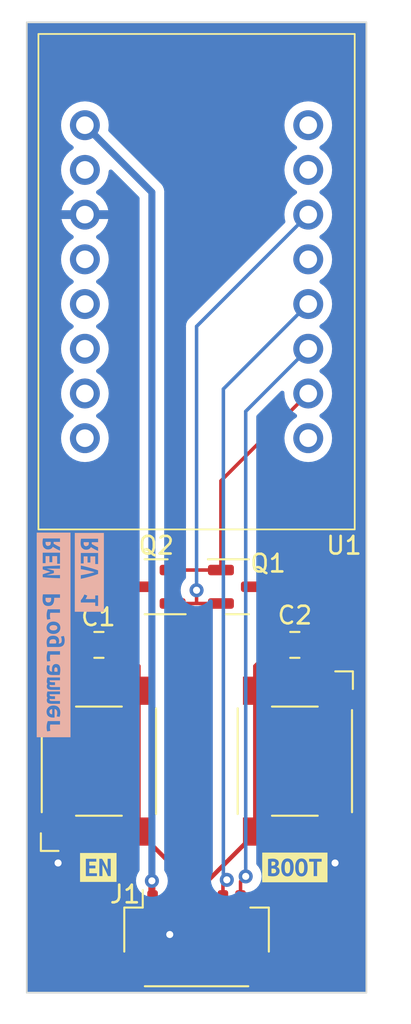
<source format=kicad_pcb>
(kicad_pcb (version 20221018) (generator pcbnew)
  (layers (0 "F.Cu" signal) (31 "B.Cu" signal) (34 "B.Paste" user) (35 "F.Paste" user) (36 "B.SilkS" user "B.Silkscreen") (37 "F.SilkS" user "F.Silkscreen") (38 "B.Mask" user) (39 "F.Mask" user) (44 "Edge.Cuts" user))
  (net 0 "")
  (net 1 "+5V")
  (net 2 "GND")
  (net 3 "EN")
  (net 4 "BOOT")
  (net 5 "UART_RX")
  (net 6 "UART_TX")
  (net 7 "DTR")
  (net 8 "RTS")
  (footprint "Capacitor_SMD:C_0805_2012Metric_Pad1.18x1.45mm_HandSolder" (layer "F.Cu") (at 132.08 74.2255)
    (fp_text reference "C2" (at 0 -1.68) (layer "F.SilkS"))
    (fp_text value "C" hide)
    (fp_line (start -0.261252 -0.735) (end 0.261252 -0.735) (stroke (width 0.12)) (layer "F.SilkS"))
    (fp_line (start -0.261252 0.735) (end 0.261252 0.735) (stroke (width 0.12)) (layer "F.SilkS"))
    (pad "1" smd roundrect (at -1.0375 0) (size 1.175 1.45) (layers "F.Cu" "F.Paste" "F.Mask") (roundrect_rratio 0.2127659574) (net 4 "BOOT"))
    (pad "2" smd roundrect (at 1.0375 0) (size 1.175 1.45) (layers "F.Cu" "F.Paste" "F.Mask") (roundrect_rratio 0.2127659574) (net 2 "GND"))
  )
  (footprint "Button_Switch_SMD:SW_SPST_Omron_B3FS-100xP" (layer "F.Cu") (at 120.94 80.8295 90)
    (fp_text reference "SW1" hide)
    (fp_text value "SW_Omron_B3FS" hide)
    (fp_line (start -5.1 -3.3) (end -4.1 -3.3) (stroke (width 0.12)) (layer "F.SilkS"))
    (fp_line (start -5.1 -2.3) (end -5.1 -3.3) (stroke (width 0.12)) (layer "F.SilkS"))
    (fp_line (start -3.1 -1.3) (end -3.1 1.3) (stroke (width 0.12)) (layer "F.SilkS"))
    (fp_line (start 2.9 -3.25) (end -2.9 -3.25) (stroke (width 0.12)) (layer "F.SilkS"))
    (fp_line (start 3 3.25) (end -3 3.25) (stroke (width 0.12)) (layer "F.SilkS"))
    (fp_line (start 3.1 -1.3) (end 3.1 1.3) (stroke (width 0.12)) (layer "F.SilkS"))
    (pad "1" smd rect (at -4 -2.25 270) (size 1.6 1.4) (layers "F.Cu" "F.Paste" "F.Mask") (net 2 "GND"))
    (pad "1" smd rect (at 4 -2.25 270) (size 1.6 1.4) (layers "F.Cu" "F.Paste" "F.Mask") (net 2 "GND"))
    (pad "2" smd rect (at -4 2.25 270) (size 1.6 1.4) (layers "F.Cu" "F.Paste" "F.Mask") (net 3 "EN"))
    (pad "2" smd rect (at 4 2.25 270) (size 1.6 1.4) (layers "F.Cu" "F.Paste" "F.Mask") (net 3 "EN"))
  )
  (footprint "Button_Switch_SMD:SW_SPST_Omron_B3FS-100xP" (layer "F.Cu") (at 132.08 80.8295 -90)
    (fp_text reference "SW3" hide)
    (fp_text value "SW_Omron_B3FS" hide)
    (fp_line (start -5.1 -3.3) (end -4.1 -3.3) (stroke (width 0.12)) (layer "F.SilkS"))
    (fp_line (start -5.1 -2.3) (end -5.1 -3.3) (stroke (width 0.12)) (layer "F.SilkS"))
    (fp_line (start -3.1 -1.3) (end -3.1 1.3) (stroke (width 0.12)) (layer "F.SilkS"))
    (fp_line (start 2.9 -3.25) (end -2.9 -3.25) (stroke (width 0.12)) (layer "F.SilkS"))
    (fp_line (start 3 3.25) (end -3 3.25) (stroke (width 0.12)) (layer "F.SilkS"))
    (fp_line (start 3.1 -1.3) (end 3.1 1.3) (stroke (width 0.12)) (layer "F.SilkS"))
    (pad "1" smd rect (at -4 -2.25 90) (size 1.6 1.4) (layers "F.Cu" "F.Paste" "F.Mask") (net 2 "GND"))
    (pad "1" smd rect (at 4 -2.25 90) (size 1.6 1.4) (layers "F.Cu" "F.Paste" "F.Mask") (net 2 "GND"))
    (pad "2" smd rect (at -4 2.25 90) (size 1.6 1.4) (layers "F.Cu" "F.Paste" "F.Mask") (net 4 "BOOT"))
    (pad "2" smd rect (at 4 2.25 90) (size 1.6 1.4) (layers "F.Cu" "F.Paste" "F.Mask") (net 4 "BOOT"))
  )
  (footprint "Connector_JST:JST_SH_SM06B-SRSS-TB_1x06-1MP_P1.00mm_Horizontal" (layer "F.Cu") (at 126.492 90.932)
    (fp_text reference "J1" (at -4.064 -2.54 180) (layer "F.SilkS"))
    (fp_text value "Conn_01x06_Socket" hide)
    (fp_line (start -4.11 -1.785) (end -3.06 -1.785) (stroke (width 0.12)) (layer "F.SilkS"))
    (fp_line (start -4.11 0.715) (end -4.11 -1.785) (stroke (width 0.12)) (layer "F.SilkS"))
    (fp_line (start -3.06 -1.785) (end -3.06 -2.775) (stroke (width 0.12)) (layer "F.SilkS"))
    (fp_line (start -2.94 2.685) (end 2.94 2.685) (stroke (width 0.12)) (layer "F.SilkS"))
    (fp_line (start 4.11 -1.785) (end 3.06 -1.785) (stroke (width 0.12)) (layer "F.SilkS"))
    (fp_line (start 4.11 0.715) (end 4.11 -1.785) (stroke (width 0.12)) (layer "F.SilkS"))
    (pad "1" smd roundrect (at -2.5 -2) (size 0.6 1.55) (layers "F.Cu" "F.Paste" "F.Mask") (net 1 "+5V"))
    (pad "2" smd roundrect (at -1.5 -2) (size 0.6 1.55) (layers "F.Cu" "F.Paste" "F.Mask") (net 2 "GND"))
    (pad "3" smd roundrect (at -0.5 -2) (size 0.6 1.55) (layers "F.Cu" "F.Paste" "F.Mask") (net 3 "EN"))
    (pad "4" smd roundrect (at 0.5 -2) (size 0.6 1.55) (layers "F.Cu" "F.Paste" "F.Mask") (net 4 "BOOT"))
    (pad "5" smd roundrect (at 1.5 -2) (size 0.6 1.55) (layers "F.Cu" "F.Paste" "F.Mask") (net 5 "UART_RX"))
    (pad "6" smd roundrect (at 2.5 -2) (size 0.6 1.55) (layers "F.Cu" "F.Paste" "F.Mask") (net 6 "UART_TX"))
    (pad "MP" smd roundrect (at -3.8 1.875) (size 1.2 1.8) (layers "F.Cu" "F.Paste" "F.Mask") (roundrect_rratio 0.2083333333))
    (pad "MP" smd roundrect (at 3.8 1.875) (size 1.2 1.8) (layers "F.Cu" "F.Paste" "F.Mask") (roundrect_rratio 0.2083333333))
  )
  (footprint "kibuzzard-654D0FC0" (layer "F.Cu") (at 120.904 86.868)
    (fp_text reference "kibuzzard-654D0FC0" hide)
    (fp_text value "G***" hide)
    (fp_poly (pts (xy -0.707231 -0.82206) (xy -1.03796 -0.82206) (xy -1.03796 0.82206) (xy -0.707231 0.82206) (xy -0.707231 0.491331) (xy -0.707231 -0.491331) (xy -0.111919 -0.491331) (xy -0.111919 -0.329406) (xy -0.511969 -0.329406) (xy -0.511969 -0.108744) (xy -0.164306 -0.108744) (xy -0.164306 0.053181) (xy -0.511969 0.053181) (xy -0.511969 0.329406) (xy -0.076994 0.329406) (xy -0.076994 0.491331) (xy -0.707231 0.491331) (xy -0.707231 0.82206) (xy 0.550069 0.82206) (xy 0.550069 0.491331) (xy 0.504296 0.382411) (xy 0.455877 0.273667) (xy 0.404812 0.1651) (xy 0.351102 0.056533) (xy 0.294746 -0.052211) (xy 0.235744 -0.161131) (xy 0.235744 0.491331) (xy 0.059531 0.491331) (xy 0.059531 -0.491331) (xy 0.216694 -0.491331) (xy 0.261144 -0.418505) (xy 0.305594 -0.339725) (xy 0.349448 -0.258167) (xy 0.392113 -0.177006) (xy 0.432594 -0.097234) (xy 0.4699 -0.019844) (xy 0.503039 0.051594) (xy 0.531019 0.113506) (xy 0.531019 -0.491331) (xy 0.707231 -0.491331) (xy 0.707231 0.491331) (xy 0.550069 0.491331) (xy 0.550069 0.82206) (xy 0.707231 0.82206) (xy 1.03796 0.82206) (xy 1.03796 -0.82206) (xy 0.707231 -0.82206) (xy -0.707231 -0.82206)) (fill solid) (layer "F.SilkS"))
  )
  (footprint "Package_TO_SOT_SMD:SOT-23" (layer "F.Cu") (at 124.1935 70.9235 180)
    (fp_text reference "Q2" (at -0.0125 2.3435) (layer "F.SilkS"))
    (fp_text value "BSS138" hide)
    (fp_line (start 0 -1.56) (end -1.675 -1.56) (stroke (width 0.12)) (layer "F.SilkS"))
    (fp_line (start 0 -1.56) (end 0.65 -1.56) (stroke (width 0.12)) (layer "F.SilkS"))
    (fp_line (start 0 1.56) (end -0.65 1.56) (stroke (width 0.12)) (layer "F.SilkS"))
    (fp_line (start 0 1.56) (end 0.65 1.56) (stroke (width 0.12)) (layer "F.SilkS"))
    (pad "1" smd roundrect (at -0.9375 -0.95 180) (size 1.475 0.6) (layers "F.Cu" "F.Paste" "F.Mask") (net 7 "DTR"))
    (pad "2" smd roundrect (at -0.9375 0.95 180) (size 1.475 0.6) (layers "F.Cu" "F.Paste" "F.Mask") (net 8 "RTS"))
    (pad "3" smd roundrect (at 0.9375 0 180) (size 1.475 0.6) (layers "F.Cu" "F.Paste" "F.Mask") (net 3 "EN"))
  )
  (footprint "Package_TO_SOT_SMD:SOT-23" (layer "F.Cu") (at 128.814 70.9235)
    (fp_text reference "Q1" (at 1.742 -1.3275) (layer "F.SilkS"))
    (fp_text value "BSS138" hide)
    (fp_line (start 0 -1.56) (end -1.675 -1.56) (stroke (width 0.12)) (layer "F.SilkS"))
    (fp_line (start 0 -1.56) (end 0.65 -1.56) (stroke (width 0.12)) (layer "F.SilkS"))
    (fp_line (start 0 1.56) (end -0.65 1.56) (stroke (width 0.12)) (layer "F.SilkS"))
    (fp_line (start 0 1.56) (end 0.65 1.56) (stroke (width 0.12)) (layer "F.SilkS"))
    (pad "1" smd roundrect (at -0.9375 -0.95) (size 1.475 0.6) (layers "F.Cu" "F.Paste" "F.Mask") (net 8 "RTS"))
    (pad "2" smd roundrect (at -0.9375 0.95) (size 1.475 0.6) (layers "F.Cu" "F.Paste" "F.Mask") (net 7 "DTR"))
    (pad "3" smd roundrect (at 0.9375 0) (size 1.475 0.6) (layers "F.Cu" "F.Paste" "F.Mask") (net 4 "BOOT"))
  )
  (footprint "Kevin_Lutzer_Lbr:Adafruit_CP210XN_Friend" (layer "F.Cu") (at 126.492 53.594)
    (fp_text reference "U1" (at 8.382 14.986 unlocked) (layer "F.SilkS"))
    (fp_text value "Adafruit CP210XN Friend" hide)
    (fp_line (start -8.9916 -14.0716) (end -8.9916 14.0716) (stroke (width 0.1)) (layer "F.SilkS"))
    (fp_line (start -8.9916 14.0716) (end 8.89 14.0716) (stroke (width 0.1)) (layer "F.SilkS"))
    (fp_line (start -8.89 -14.0716) (end -8.9916 -14.0716) (stroke (width 0.1)) (layer "F.SilkS"))
    (fp_line (start 8.89 14.0716) (end 8.9916 14.0716) (stroke (width 0.1)) (layer "F.SilkS"))
    (fp_line (start 8.9916 -14.0716) (end -8.89 -14.0716) (stroke (width 0.1)) (layer "F.SilkS"))
    (fp_line (start 8.9916 14.0716) (end 8.9916 -14.0716) (stroke (width 0.1)) (layer "F.SilkS"))
    (pad "1" thru_hole oval (at -6.35 -8.89) (size 1.7 1.7) (drill 1) (layers "*.Cu" "*.Mask") (net 1 "+5V"))
    (pad "2" thru_hole oval (at -6.35 -6.35) (size 1.7 1.7) (drill 1) (layers "*.Cu" "*.Mask"))
    (pad "3" thru_hole oval (at -6.35 -3.81) (size 1.7 1.7) (drill 1) (layers "*.Cu" "*.Mask") (net 2 "GND"))
    (pad "4" thru_hole oval (at -6.35 -1.27) (size 1.7 1.7) (drill 1) (layers "*.Cu" "*.Mask"))
    (pad "5" thru_hole oval (at -6.35 1.27) (size 1.7 1.7) (drill 1) (layers "*.Cu" "*.Mask"))
    (pad "6" thru_hole oval (at -6.35 3.81) (size 1.7 1.7) (drill 1) (layers "*.Cu" "*.Mask"))
    (pad "7" thru_hole oval (at -6.35 6.35) (size 1.7 1.7) (drill 1) (layers "*.Cu" "*.Mask"))
    (pad "8" thru_hole oval (at -6.35 8.89) (size 1.7 1.7) (drill 1) (layers "*.Cu" "*.Mask"))
    (pad "9" thru_hole oval (at 6.35 8.89) (size 1.7 1.7) (drill 1) (layers "*.Cu" "*.Mask"))
    (pad "10" thru_hole oval (at 6.35 6.35) (size 1.7 1.7) (drill 1) (layers "*.Cu" "*.Mask") (net 8 "RTS"))
    (pad "11" thru_hole oval (at 6.35 3.81) (size 1.7 1.7) (drill 1) (layers "*.Cu" "*.Mask") (net 6 "UART_TX"))
    (pad "12" thru_hole oval (at 6.35 1.27) (size 1.7 1.7) (drill 1) (layers "*.Cu" "*.Mask") (net 5 "UART_RX"))
    (pad "13" thru_hole oval (at 6.35 -1.27) (size 1.7 1.7) (drill 1) (layers "*.Cu" "*.Mask"))
    (pad "14" thru_hole oval (at 6.35 -3.81) (size 1.7 1.7) (drill 1) (layers "*.Cu" "*.Mask") (net 7 "DTR"))
    (pad "15" thru_hole oval (at 6.35 -6.35) (size 1.7 1.7) (drill 1) (layers "*.Cu" "*.Mask"))
    (pad "16" thru_hole oval (at 6.35 -8.89) (size 1.7 1.7) (drill 1) (layers "*.Cu" "*.Mask"))
  )
  (footprint "Capacitor_SMD:C_0805_2012Metric_Pad1.18x1.45mm_HandSolder" (layer "F.Cu") (at 120.94 74.2255 180)
    (fp_text reference "C1" (at 0.036 1.5815) (layer "F.SilkS"))
    (fp_text value "C" hide)
    (fp_line (start -0.261252 -0.735) (end 0.261252 -0.735) (stroke (width 0.12)) (layer "F.SilkS"))
    (fp_line (start -0.261252 0.735) (end 0.261252 0.735) (stroke (width 0.12)) (layer "F.SilkS"))
    (pad "1" smd roundrect (at -1.0375 0 180) (size 1.175 1.45) (layers "F.Cu" "F.Paste" "F.Mask") (roundrect_rratio 0.2127659574) (net 3 "EN"))
    (pad "2" smd roundrect (at 1.0375 0 180) (size 1.175 1.45) (layers "F.Cu" "F.Paste" "F.Mask") (roundrect_rratio 0.2127659574) (net 2 "GND"))
  )
  (footprint "kibuzzard-654D0F9E" (layer "F.Cu") (at 132.08 86.868)
    (fp_text reference "kibuzzard-654D0F9E" hide)
    (fp_text value "G***" hide)
    (fp_poly (pts (xy -1.329531 0.061912) (xy -1.329531 0.328612) (xy -1.284287 0.333375) (xy -1.235869 0.334962) (xy -1.170781 0.329406) (xy -1.114425 0.308769) (xy -1.073944 0.265906) (xy -1.058069 0.195262) (xy -1.103313 0.092869) (xy -1.224756 0.061912) (xy -1.329531 0.061912)) (fill solid) (layer "F.SilkS"))
    (fp_poly (pts (xy -1.253331 -0.100013) (xy -1.140619 -0.132556) (xy -1.102519 -0.22225) (xy -1.113631 -0.278606) (xy -1.143794 -0.311944) (xy -1.188244 -0.327819) (xy -1.240631 -0.331788) (xy -1.286669 -0.3302) (xy -1.329531 -0.325438) (xy -1.329531 -0.100013) (xy -1.253331 -0.100013)) (fill solid) (layer "F.SilkS"))
    (fp_poly (pts (xy -0.575469 0) (xy -0.57408 0.069255) (xy -0.569912 0.134144) (xy -0.547687 0.242887) (xy -0.500856 0.315912) (xy -0.419894 0.3429) (xy -0.339725 0.315912) (xy -0.2921 0.242094) (xy -0.269875 0.13335) (xy -0.265708 0.069056) (xy -0.264319 0) (xy -0.265708 -0.069255) (xy -0.269875 -0.134144) (xy -0.2921 -0.242888) (xy -0.338931 -0.315913) (xy -0.419894 -0.3429) (xy -0.500856 -0.315913) (xy -0.547687 -0.242094) (xy -0.569912 -0.13335) (xy -0.57408 -0.069056) (xy -0.575469 0)) (fill solid) (layer "F.SilkS"))
    (fp_poly (pts (xy 0.218281 0) (xy 0.21967 0.069255) (xy 0.223838 0.134144) (xy 0.246063 0.242887) (xy 0.292894 0.315912) (xy 0.373856 0.3429) (xy 0.454025 0.315912) (xy 0.50165 0.242094) (xy 0.523875 0.13335) (xy 0.528042 0.069056) (xy 0.529431 0) (xy 0.528042 -0.069255) (xy 0.523875 -0.134144) (xy 0.50165 -0.242888) (xy 0.454819 -0.315913) (xy 0.373856 -0.3429) (xy 0.292894 -0.315913) (xy 0.246063 -0.242094) (xy 0.223838 -0.13335) (xy 0.21967 -0.069056) (xy 0.218281 0)) (fill solid) (layer "F.SilkS"))
    (fp_poly (pts (xy -1.524794 -0.843492) (xy -1.855523 -0.843492) (xy -1.855523 0.843492) (xy -1.524794 0.843492) (xy -1.251744 0.843492) (xy -1.251744 0.504825) (xy -1.318022 0.503039) (xy -1.386681 0.497681) (xy -1.456134 0.488752) (xy -1.524794 0.47625) (xy -1.524794 -0.477838) (xy -1.402556 -0.494506) (xy -1.270794 -0.50165) (xy -1.169988 -0.495895) (xy -1.089819 -0.478631) (xy -0.980281 -0.418306) (xy -0.926306 -0.334963) (xy -0.912019 -0.242888) (xy -0.920552 -0.177006) (xy -0.94615 -0.119063) (xy -1.037431 -0.033338) (xy -0.953492 0.009525) (xy -0.9017 0.065087) (xy -0.874911 0.128587) (xy -0.865981 0.195262) (xy -0.873522 0.27682) (xy -0.896144 0.343694) (xy -0.9779 0.438944) (xy -1.034256 0.469503) (xy -1.100137 0.489744) (xy -1.173361 0.501055) (xy -1.251744 0.504825) (xy -1.251744 0.843492) (xy -0.418306 0.843492) (xy -0.418306 0.512762) (xy -0.524581 0.498387) (xy -0.612687 0.45526) (xy -0.682625 0.383381) (xy -0.722561 0.310902) (xy -0.751086 0.222845) (xy -0.768201 0.119211) (xy -0.773906 0) (xy -0.768052 -0.119211) (xy -0.750491 -0.222845) (xy -0.721221 -0.310902) (xy -0.680244 -0.383381) (xy -0.609688 -0.45526) (xy -0.522905 -0.498387) (xy -0.419894 -0.512763) (xy -0.313708 -0.498387) (xy -0.225866 -0.45526) (xy -0.156369 -0.383381) (xy -0.11678 -0.310902) (xy -0.088503 -0.222845) (xy -0.071537 -0.119211) (xy -0.065881 0) (xy -0.071636 0.119211) (xy -0.0889 0.222845) (xy -0.117673 0.310902) (xy -0.157956 0.383381) (xy -0.227806 0.45526) (xy -0.31459 0.498387) (xy -0.418306 0.512762) (xy -0.418306 0.843492) (xy 0.375444 0.843492) (xy 0.375444 0.512762) (xy 0.269169 0.498387) (xy 0.181063 0.45526) (xy 0.111125 0.383381) (xy 0.071189 0.310902) (xy 0.042664 0.222845) (xy 0.025549 0.119211) (xy 0.019844 0) (xy 0.025698 -0.119211) (xy 0.043259 -0.222845) (xy 0.072529 -0.310902) (xy 0.113506 -0.383381) (xy 0.184062 -0.45526) (xy 0.270845 -0.498387) (xy 0.373856 -0.512763) (xy 0.480042 -0.498387) (xy 0.567884 -0.45526) (xy 0.637381 -0.383381) (xy 0.67697 -0.310902) (xy 0.705247 -0.222845) (xy 0.722213 -0.119211) (xy 0.727869 0) (xy 0.722114 0.119211) (xy 0.70485 0.222845) (xy 0.676077 0.310902) (xy 0.635794 0.383381) (xy 0.565944 0.45526) (xy 0.47916 0.498387) (xy 0.375444 0.512762) (xy 0.375444 0.843492) (xy 1.266031 0.843492) (xy 1.266031 0.492125) (xy 1.069181 0.492125) (xy 1.069181 -0.328613) (xy 0.810419 -0.328613) (xy 0.810419 -0.490538) (xy 1.524794 -0.490538) (xy 1.524794 -0.328613) (xy 1.266031 -0.328613) (xy 1.266031 0.492125) (xy 1.266031 0.843492) (xy 1.524794 0.843492) (xy 1.855523 0.843492) (xy 1.855523 -0.843492) (xy 1.524794 -0.843492) (xy -1.524794 -0.843492)) (fill solid) (layer "F.SilkS"))
  )
  (footprint "kibuzzard-654D0FE8" (layer "B.Cu") (at 118.364 73.66 -90)
    (fp_text reference "kibuzzard-654D0FE8" hide)
    (fp_text value "G***" hide)
    (fp_poly (pts (xy 4.507706 0.080962) (xy 4.499769 0.138906) (xy 4.474369 0.188912) (xy 4.429919 0.224631) (xy 4.363244 0.238125) (xy 4.297362 0.225425) (xy 4.251325 0.1905) (xy 4.22275 0.1397) (xy 4.209256 0.080962) (xy 4.507706 0.080962)) (fill solid) (layer "B.SilkS"))
    (fp_poly (pts (xy -5.053806 0.309562) (xy -5.065713 0.377031) (xy -5.101431 0.423862) (xy -5.156597 0.451247) (xy -5.226844 0.460375) (xy -5.253831 0.459581) (xy -5.285581 0.455612) (xy -5.285581 0.160337) (xy -5.242719 0.160337) (xy -5.156597 0.170061) (xy -5.098256 0.199231) (xy -5.053806 0.309562)) (fill solid) (layer "B.SilkS"))
    (fp_poly (pts (xy 0.240506 0.033337) (xy 0.248841 -0.047823) (xy 0.273844 -0.107156) (xy 0.378619 -0.155575) (xy 0.43815 -0.147638) (xy 0.488156 -0.127) (xy 0.488156 0.231775) (xy 0.448469 0.238125) (xy 0.411956 0.239712) (xy 0.316706 0.216782) (xy 0.259556 0.14799) (xy 0.240506 0.033337)) (fill solid) (layer "B.SilkS"))
    (fp_poly (pts (xy 1.975644 -0.223838) (xy 2.037556 -0.223044) (xy 2.089944 -0.219075) (xy 2.089944 -0.047625) (xy 2.043906 -0.042069) (xy 1.994694 -0.039688) (xy 1.935956 -0.043656) (xy 1.88595 -0.05715) (xy 1.851819 -0.084138) (xy 1.839119 -0.130175) (xy 1.877219 -0.202406) (xy 1.975644 -0.223838)) (fill solid) (layer "B.SilkS"))
    (fp_poly (pts (xy -2.013744 0.460375) (xy -2.062163 0.459581) (xy -2.110581 0.455612) (xy -2.110581 0.138112) (xy -2.031206 0.138112) (xy -1.949053 0.147439) (xy -1.889919 0.175419) (xy -1.8542 0.22602) (xy -1.842294 0.303212) (xy -1.854002 0.376436) (xy -1.889125 0.424656) (xy -1.943695 0.451445) (xy -2.013744 0.460375)) (fill solid) (layer "B.SilkS"))
    (fp_poly (pts (xy -0.559594 0.009525) (xy -0.550664 -0.080963) (xy -0.523875 -0.1524) (xy -0.477242 -0.198834) (xy -0.408781 -0.214313) (xy -0.341908 -0.198834) (xy -0.293688 -0.1524) (xy -0.264517 -0.080963) (xy -0.254794 0.009525) (xy -0.263723 0.099814) (xy -0.290513 0.170656) (xy -0.337145 0.216495) (xy -0.405606 0.231775) (xy -0.47248 0.216495) (xy -0.5207 0.170656) (xy -0.54987 0.099814) (xy -0.559594 0.009525)) (fill solid) (layer "B.SilkS"))
    (fp_poly (pts (xy -5.480844 0.960967) (xy -5.811573 0.960967) (xy -5.811573 -0.960967) (xy -5.480844 -0.960967) (xy -4.790281 -0.960967) (xy -4.790281 -0.363538) (xy -4.995069 -0.363538) (xy -5.034558 -0.270073) (xy -5.08 -0.180181) (xy -5.130205 -0.09148) (xy -5.183981 -0.001588) (xy -5.285581 -0.001588) (xy -5.285581 -0.363538) (xy -5.480844 -0.363538) (xy -5.480844 0.604837) (xy -5.418138 0.616744) (xy -5.349081 0.624681) (xy -5.282406 0.62865) (xy -5.226844 0.630237) (xy -5.146675 0.625475) (xy -5.074444 0.611187) (xy -5.010944 0.586978) (xy -4.956969 0.55245) (xy -4.881563 0.451644) (xy -4.861917 0.385167) (xy -4.855369 0.307975) (xy -4.8641 0.226219) (xy -4.890294 0.1524) (xy -4.936728 0.090884) (xy -5.006181 0.046037) (xy -4.949031 -0.045244) (xy -4.890294 -0.150019) (xy -4.835525 -0.259556) (xy -4.790281 -0.363538) (xy -4.790281 -0.960967) (xy -4.672806 -0.960967) (xy -4.672806 -0.363538) (xy -4.672806 0.619125) (xy -4.077494 0.619125) (xy -4.077494 0.4572) (xy -4.477544 0.4572) (xy -4.477544 0.236537) (xy -4.129881 0.236537) (xy -4.129881 0.074613) (xy -4.477544 0.074613) (xy -4.477544 -0.201613) (xy -4.042569 -0.201613) (xy -4.042569 -0.363538) (xy -4.672806 -0.363538) (xy -4.672806 -0.960967) (xy -3.221831 -0.960967) (xy -3.221831 -0.363538) (xy -3.401219 -0.363538) (xy -3.391694 0.40005) (xy -3.512344 -0.015875) (xy -3.655219 -0.015875) (xy -3.771106 0.40005) (xy -3.763169 -0.363538) (xy -3.942556 -0.363538) (xy -3.937595 -0.240506) (xy -3.932238 -0.112713) (xy -3.926483 0.017066) (xy -3.920331 0.14605) (xy -3.913386 0.272653) (xy -3.90525 0.395287) (xy -3.895923 0.511572) (xy -3.885406 0.619125) (xy -3.723481 0.619125) (xy -3.6957 0.5334) (xy -3.659981 0.420687) (xy -3.621881 0.29845) (xy -3.585369 0.18415) (xy -3.545681 0.305594) (xy -3.505994 0.426244) (xy -3.471069 0.534987) (xy -3.442494 0.619125) (xy -3.280569 0.619125) (xy -3.269655 0.492125) (xy -3.259138 0.3683) (xy -3.249613 0.246658) (xy -3.241675 0.126206) (xy -3.235127 0.005953) (xy -3.229769 -0.115094) (xy -3.225403 -0.237927) (xy -3.221831 -0.363538) (xy -3.221831 -0.960967) (xy -2.110581 -0.960967) (xy -2.110581 -0.363538) (xy -2.305844 -0.363538) (xy -2.305844 0.606425) (xy -2.24155 0.617538) (xy -2.169319 0.624681) (xy -2.097881 0.62865) (xy -2.035969 0.630237) (xy -1.920434 0.621683) (xy -1.823597 0.596018) (xy -1.745456 0.553244) (xy -1.68813 0.491067) (xy -1.653734 0.407194) (xy -1.642269 0.301625) (xy -1.653822 0.194998) (xy -1.688483 0.110067) (xy -1.74625 0.046831) (xy -1.825184 0.003175) (xy -1.923344 -0.023019) (xy -2.040731 -0.03175) (xy -2.110581 -0.03175) (xy -2.110581 -0.363538) (xy -2.110581 -0.960967) (xy -1.259681 -0.960967) (xy -1.259681 -0.363538) (xy -1.456531 -0.363538) (xy -1.456531 0.333375) (xy -1.377752 0.359172) (xy -1.296988 0.379412) (xy -1.208286 0.392509) (xy -1.105694 0.396875) (xy -1.06045 0.395287) (xy -0.997744 0.389731) (xy -0.930275 0.380206) (xy -0.869156 0.365125) (xy -0.904081 0.18415) (xy -0.949325 0.193675) (xy -1.002506 0.202406) (xy -1.054894 0.207962) (xy -1.097756 0.20955) (xy -1.178719 0.205581) (xy -1.259681 0.1905) (xy -1.259681 -0.363538) (xy -1.259681 -0.960967) (xy -0.405606 -0.960967) (xy -0.405606 -0.384175) (xy -0.481211 -0.377031) (xy -0.549275 -0.3556) (xy -0.609203 -0.321072) (xy -0.6604 -0.274638) (xy -0.701873 -0.217289) (xy -0.732631 -0.150019) (xy -0.751681 -0.07362) (xy -0.758031 0.011112) (xy -0.751483 0.094655) (xy -0.731838 0.170656) (xy -0.700484 0.237728) (xy -0.658813 0.294481) (xy -0.607417 0.340122) (xy -0.546894 0.373856) (xy -0.479028 0.394692) (xy -0.405606 0.401637) (xy -0.331192 0.394692) (xy -0.263525 0.373856) (xy -0.203597 0.340122) (xy -0.1524 0.294481) (xy -0.110927 0.237728) (xy -0.080169 0.170656) (xy -0.061119 0.094655) (xy -0.054769 0.011112) (xy -0.061119 -0.07362) (xy -0.080169 -0.150019) (xy -0.110728 -0.217289) (xy -0.151606 -0.274638) (xy -0.202208 -0.321072) (xy -0.261938 -0.3556) (xy -0.330002 -0.377031) (xy -0.405606 -0.384175) (xy -0.405606 -0.960967) (xy 0.313531 -0.960967) (xy 0.313531 -0.630238) (xy 0.24507 -0.626666) (xy 0.179387 -0.61595) (xy 0.056356 -0.582613) (xy 0.092869 -0.417513) (xy 0.189706 -0.450056) (xy 0.316706 -0.465138) (xy 0.400844 -0.453231) (xy 0.453231 -0.420688) (xy 0.480219 -0.372269) (xy 0.488156 -0.312738) (xy 0.488156 -0.282575) (xy 0.41275 -0.306388) (xy 0.338931 -0.314325) (xy 0.249414 -0.304094) (xy 0.175595 -0.273403) (xy 0.117475 -0.22225) (xy 0.075583 -0.152929) (xy 0.050447 -0.067733) (xy 0.042069 0.033337) (xy 0.053358 0.145697) (xy 0.087224 0.237243) (xy 0.143669 0.307975) (xy 0.219516 0.358246) (xy 0.311591 0.388408) (xy 0.419894 0.398462) (xy 0.503678 0.394053) (xy 0.592049 0.380824) (xy 0.685006 0.358775) (xy 0.685006 -0.27305) (xy 0.675217 -0.384175) (xy 0.645848 -0.474133) (xy 0.5969 -0.542925) (xy 0.526256 -0.591432) (xy 0.4318 -0.620536) (xy 0.313531 -0.630238) (xy 0.313531 -0.960967) (xy 1.121569 -0.960967) (xy 1.121569 -0.363538) (xy 0.924719 -0.363538) (xy 0.924719 0.333375) (xy 1.003498 0.359172) (xy 1.084262 0.379412) (xy 1.172964 0.392509) (xy 1.275556 0.396875) (xy 1.3208 0.395287) (xy 1.383506 0.389731) (xy 1.450975 0.380206) (xy 1.512094 0.365125) (xy 1.477169 0.18415) (xy 1.431925 0.193675) (xy 1.378744 0.202406) (xy 1.326356 0.207962) (xy 1.283494 0.20955) (xy 1.202531 0.205581) (xy 1.121569 0.1905) (xy 1.121569 -0.363538) (xy 1.121569 -0.960967) (xy 1.961356 -0.960967) (xy 1.961356 -0.381) (xy 1.831975 -0.3683) (xy 1.732756 -0.326231) (xy 1.669256 -0.250031) (xy 1.647031 -0.134938) (xy 1.672431 -0.0254) (xy 1.740694 0.046037) (xy 1.839119 0.084931) (xy 1.955006 0.096837) (xy 2.026841 0.093662) (xy 2.089944 0.084137) (xy 2.089944 0.10795) (xy 2.055019 0.200819) (xy 2.007394 0.228798) (xy 1.934369 0.238125) (xy 1.827212 0.230187) (xy 1.743869 0.211137) (xy 1.716881 0.3683) (xy 1.820069 0.391319) (xy 1.887934 0.399058) (xy 1.958181 0.401637) (xy 2.042517 0.39628) (xy 2.111375 0.380206) (xy 2.209006 0.319881) (xy 2.261394 0.224631) (xy 2.277269 0.098425) (xy 2.277269 -0.346075) (xy 2.150269 -0.3683) (xy 2.060972 -0.377825) (xy 1.961356 -0.381) (xy 1.961356 -0.960967) (xy 3.118644 -0.960967) (xy 3.118644 -0.363538) (xy 2.959894 -0.363538) (xy 2.959894 0.092075) (xy 2.954337 0.163512) (xy 2.94005 0.204787) (xy 2.919413 0.223837) (xy 2.894806 0.2286) (xy 2.864644 0.226219) (xy 2.836069 0.217487) (xy 2.844006 0.150812) (xy 2.847181 0.06985) (xy 2.847181 -0.079375) (xy 2.688431 -0.079375) (xy 2.688431 0.092075) (xy 2.67335 0.198437) (xy 2.624931 0.2286) (xy 2.601913 0.227012) (xy 2.575719 0.22225) (xy 2.575719 -0.363538) (xy 2.416969 -0.363538) (xy 2.416969 0.354012) (xy 2.539206 0.381) (xy 2.645569 0.390525) (xy 2.719388 0.380206) (xy 2.775744 0.346075) (xy 2.839244 0.377031) (xy 2.915444 0.390525) (xy 3.017044 0.371475) (xy 3.07975 0.314325) (xy 3.110706 0.218281) (xy 3.116659 0.155377) (xy 3.118644 0.08255) (xy 3.118644 -0.363538) (xy 3.118644 -0.960967) (xy 3.912394 -0.960967) (xy 3.912394 -0.363538) (xy 3.753644 -0.363538) (xy 3.753644 0.092075) (xy 3.748087 0.163512) (xy 3.7338 0.204787) (xy 3.713162 0.223837) (xy 3.688556 0.2286) (xy 3.658394 0.226219) (xy 3.629819 0.217487) (xy 3.637756 0.150812) (xy 3.640931 0.06985) (xy 3.640931 -0.079375) (xy 3.482181 -0.079375) (xy 3.482181 0.092075) (xy 3.4671 0.198437) (xy 3.418681 0.2286) (xy 3.395662 0.227012) (xy 3.369469 0.22225) (xy 3.369469 -0.363538) (xy 3.210719 -0.363538) (xy 3.210719 0.354012) (xy 3.332956 0.381) (xy 3.439319 0.390525) (xy 3.513137 0.380206) (xy 3.569494 0.346075) (xy 3.632994 0.377031) (xy 3.709194 0.390525) (xy 3.810794 0.371475) (xy 3.8735 0.314325) (xy 3.904456 0.218281) (xy 3.910409 0.155377) (xy 3.912394 0.08255) (xy 3.912394 -0.363538) (xy 3.912394 -0.960967) (xy 4.417219 -0.960967) (xy 4.417219 -0.381) (xy 4.32693 -0.374848) (xy 4.246563 -0.356394) (xy 4.176713 -0.325834) (xy 4.117975 -0.283369) (xy 4.070945 -0.229195) (xy 4.036219 -0.163513) (xy 4.014787 -0.086122) (xy 4.007644 0.003175) (xy 4.015184 0.095647) (xy 4.037806 0.176212) (xy 4.072731 0.244673) (xy 4.117181 0.300831) (xy 4.169966 0.344686) (xy 4.229894 0.376237) (xy 4.294188 0.395287) (xy 4.360069 0.401637) (xy 4.461316 0.39079) (xy 4.544924 0.358246) (xy 4.610894 0.304006) (xy 4.658519 0.228953) (xy 4.687094 0.133967) (xy 4.696619 0.01905) (xy 4.695825 -0.020638) (xy 4.693444 -0.053975) (xy 4.209256 -0.053975) (xy 4.224337 -0.119261) (xy 4.269581 -0.169069) (xy 4.338638 -0.20062) (xy 4.425156 -0.211138) (xy 4.537075 -0.198438) (xy 4.626769 -0.173038) (xy 4.653756 -0.339725) (xy 4.545806 -0.369094) (xy 4.417219 -0.381) (xy 4.417219 -0.960967) (xy 5.090319 -0.960967) (xy 5.090319 -0.363538) (xy 4.893469 -0.363538) (xy 4.893469 0.333375) (xy 4.972248 0.359172) (xy 5.053012 0.379412) (xy 5.141714 0.392509) (xy 5.244306 0.396875) (xy 5.28955 0.395287) (xy 5.352256 0.389731) (xy 5.419725 0.380206) (xy 5.480844 0.365125) (xy 5.445919 0.18415) (xy 5.400675 0.193675) (xy 5.347494 0.202406) (xy 5.295106 0.207962) (xy 5.252244 0.20955) (xy 5.171281 0.205581) (xy 5.090319 0.1905) (xy 5.090319 -0.363538) (xy 5.090319 -0.960967) (xy 5.480844 -0.960967) (xy 5.811573 -0.960967) (xy 5.811573 0.960967) (xy 5.480844 0.960967) (xy -5.480844 0.960967)) (fill solid) (layer "B.SilkS"))
  )
  (footprint "kibuzzard-654D1020" (layer "B.Cu") (at 120.396 70.104 -90)
    (fp_text reference "kibuzzard-654D1020" hide)
    (fp_text value "G***" hide)
    (fp_poly (pts (xy -1.481931 0.176213) (xy -1.493837 0.243681) (xy -1.529556 0.290512) (xy -1.584722 0.317897) (xy -1.654969 0.327025) (xy -1.681956 0.326231) (xy -1.713706 0.322263) (xy -1.713706 0.026988) (xy -1.670844 0.026988) (xy -1.584722 0.036711) (xy -1.526381 0.065881) (xy -1.481931 0.176213)) (fill solid) (layer "B.SilkS"))
    (fp_poly (pts (xy -1.908969 0.827617) (xy -2.239698 0.827617) (xy -2.239698 -0.827617) (xy -1.908969 -0.827617) (xy -1.218406 -0.827617) (xy -1.218406 -0.496888) (xy -1.423194 -0.496888) (xy -1.462683 -0.403423) (xy -1.508125 -0.313531) (xy -1.55833 -0.22483) (xy -1.612106 -0.134937) (xy -1.713706 -0.134937) (xy -1.713706 -0.496888) (xy -1.908969 -0.496888) (xy -1.908969 0.471488) (xy -1.846262 0.483394) (xy -1.777206 0.491331) (xy -1.710531 0.4953) (xy -1.654969 0.496888) (xy -1.5748 0.492125) (xy -1.502569 0.477838) (xy -1.439069 0.453628) (xy -1.385094 0.4191) (xy -1.309687 0.318294) (xy -1.290042 0.251817) (xy -1.283494 0.174625) (xy -1.292225 0.092869) (xy -1.318419 0.01905) (xy -1.364853 -0.042466) (xy -1.434306 -0.087313) (xy -1.377156 -0.178594) (xy -1.318419 -0.283369) (xy -1.26365 -0.392906) (xy -1.218406 -0.496888) (xy -1.218406 -0.827617) (xy -1.100931 -0.827617) (xy -1.100931 -0.496888) (xy -1.100931 0.485775) (xy -0.505619 0.485775) (xy -0.505619 0.32385) (xy -0.905669 0.32385) (xy -0.905669 0.103188) (xy -0.558006 0.103188) (xy -0.558006 -0.058737) (xy -0.905669 -0.058737) (xy -0.905669 -0.334963) (xy -0.470694 -0.334963) (xy -0.470694 -0.496888) (xy -1.100931 -0.496888) (xy -1.100931 -0.827617) (xy -0.111919 -0.827617) (xy -0.111919 -0.496888) (xy -0.151209 -0.380206) (xy -0.192881 -0.249238) (xy -0.220927 -0.157251) (xy -0.247915 -0.06544) (xy -0.273844 0.026194) (xy -0.298362 0.116064) (xy -0.321116 0.202583) (xy -0.342106 0.28575) (xy -0.3683 0.396875) (xy -0.386556 0.485775) (xy -0.180181 0.485775) (xy -0.168275 0.403423) (xy -0.151606 0.308769) (xy -0.131564 0.206375) (xy -0.109537 0.100806) (xy -0.085725 -0.005556) (xy -0.060325 -0.110331) (xy -0.03433 -0.208955) (xy -0.008731 -0.296863) (xy 0.016669 -0.210145) (xy 0.042069 -0.111919) (xy 0.066675 -0.007144) (xy 0.089694 0.099219) (xy 0.111125 0.204986) (xy 0.130969 0.307975) (xy 0.148431 0.403225) (xy 0.162719 0.485775) (xy 0.367506 0.485775) (xy 0.346273 0.384969) (xy 0.320675 0.27305) (xy 0.290909 0.152598) (xy 0.257175 0.026194) (xy 0.232569 -0.06059) (xy 0.206375 -0.148431) (xy 0.178594 -0.237331) (xy 0.149666 -0.32579) (xy 0.120033 -0.412309) (xy 0.089694 -0.496888) (xy -0.111919 -0.496888) (xy -0.111919 -0.827617) (xy 1.908969 -0.827617) (xy 1.908969 -0.496888) (xy 1.312069 -0.496888) (xy 1.312069 -0.334963) (xy 1.518444 -0.334963) (xy 1.518444 0.214313) (xy 1.416844 0.157956) (xy 1.320006 0.119062) (xy 1.256506 0.280987) (xy 1.339056 0.3175) (xy 1.427956 0.366713) (xy 1.512094 0.423863) (xy 1.580356 0.485775) (xy 1.713706 0.485775) (xy 1.713706 -0.334963) (xy 1.908969 -0.334963) (xy 1.908969 -0.496888) (xy 1.908969 -0.827617) (xy 2.239698 -0.827617) (xy 2.239698 0.827617) (xy 1.908969 0.827617) (xy -1.908969 0.827617)) (fill solid) (layer "B.SilkS"))
  )
  (gr_line (start 136.144 93.98) (end 136.144 38.862) (stroke (width 0.1)) (layer "Edge.Cuts"))
  (gr_line (start 136.144 38.862) (end 116.84 38.862) (stroke (width 0.1)) (layer "Edge.Cuts"))
  (gr_line (start 116.84 93.98) (end 136.144 93.98) (stroke (width 0.1)) (layer "Edge.Cuts"))
  (gr_line (start 116.84 38.862) (end 116.84 93.98) (stroke (width 0.1)) (layer "Edge.Cuts"))
  (segment (start 123.952 87.63) (end 123.952 88.892) (width 0.4) (layer "F.Cu") (net 1))
  (segment (start 123.952 88.892) (end 123.992 88.932) (width 0.4) (layer "F.Cu") (net 1))
  (via (at 123.952 87.63) (size 0.8) (drill 0.4) (layers "F.Cu" "B.Cu") (net 1))
  (segment (start 123.952 48.514) (end 123.952 87.63) (width 0.4) (layer "B.Cu") (net 1))
  (segment (start 120.142 44.704) (end 123.952 48.514) (width 0.4) (layer "B.Cu") (net 1))
  (segment (start 134.33 76.8295) (end 134.33 75.438) (width 0.25) (layer "F.Cu") (net 2))
  (segment (start 134.33 84.8295) (end 134.33 76.8295) (width 0.25) (layer "F.Cu") (net 2))
  (segment (start 119.9025 74.2255) (end 118.69 75.438) (width 0.25) (layer "F.Cu") (net 2))
  (segment (start 124.992 88.932) (end 124.992 90.654) (width 0.4) (layer "F.Cu") (net 2))
  (segment (start 118.69 75.438) (end 118.69 76.8295) (width 0.25) (layer "F.Cu") (net 2))
  (segment (start 124.992 90.654) (end 124.968 90.678) (width 0.4) (layer "F.Cu") (net 2))
  (segment (start 134.33 84.8295) (end 134.33 86.578) (width 0.25) (layer "F.Cu") (net 2))
  (segment (start 134.33 75.438) (end 133.1175 74.2255) (width 0.25) (layer "F.Cu") (net 2))
  (segment (start 118.69 86.542) (end 118.618 86.614) (width 0.25) (layer "F.Cu") (net 2))
  (segment (start 134.33 86.578) (end 134.366 86.614) (width 0.25) (layer "F.Cu") (net 2))
  (segment (start 118.69 84.8295) (end 118.69 86.542) (width 0.25) (layer "F.Cu") (net 2))
  (segment (start 118.69 84.8295) (end 118.69 76.8295) (width 0.25) (layer "F.Cu") (net 2))
  (via (at 124.968 90.678) (size 0.8) (drill 0.4) (layers "F.Cu" "B.Cu") (net 2))
  (via (at 118.618 86.614) (size 0.8) (drill 0.4) (layers "F.Cu" "B.Cu") (net 2))
  (via (at 134.366 86.614) (size 0.8) (drill 0.4) (layers "F.Cu" "B.Cu") (net 2))
  (segment (start 123.19 75.438) (end 121.9775 74.2255) (width 0.25) (layer "F.Cu") (net 3))
  (segment (start 123.19 84.8295) (end 125.992 87.6315) (width 0.25) (layer "F.Cu") (net 3))
  (segment (start 123.19 76.8295) (end 123.19 75.438) (width 0.25) (layer "F.Cu") (net 3))
  (segment (start 123.19 84.8295) (end 123.19 76.8295) (width 0.25) (layer "F.Cu") (net 3))
  (segment (start 121.9775 72.202) (end 121.9775 74.2255) (width 0.2) (layer "F.Cu") (net 3))
  (segment (start 123.256 70.9235) (end 121.9775 72.202) (width 0.2) (layer "F.Cu") (net 3))
  (segment (start 125.992 87.6315) (end 125.992 88.932) (width 0.25) (layer "F.Cu") (net 3))
  (segment (start 129.83 75.438) (end 129.83 76.8295) (width 0.25) (layer "F.Cu") (net 4))
  (segment (start 131.0425 72.2145) (end 131.0425 74.2255) (width 0.2) (layer "F.Cu") (net 4))
  (segment (start 129.7515 70.9235) (end 131.0425 72.2145) (width 0.2) (layer "F.Cu") (net 4))
  (segment (start 129.83 84.8295) (end 129.83 84.9295) (width 0.25) (layer "F.Cu") (net 4))
  (segment (start 129.83 84.8295) (end 129.83 76.8295) (width 0.25) (layer "F.Cu") (net 4))
  (segment (start 126.992 87.7675) (end 126.992 88.932) (width 0.25) (layer "F.Cu") (net 4))
  (segment (start 131.0425 74.2255) (end 129.83 75.438) (width 0.25) (layer "F.Cu") (net 4))
  (segment (start 129.83 84.9295) (end 126.992 87.7675) (width 0.25) (layer "F.Cu") (net 4))
  (segment (start 127.992 88.932) (end 127.992 87.792098) (width 0.2) (layer "F.Cu") (net 5))
  (segment (start 127.992 87.792098) (end 128.212049 87.572049) (width 0.2) (layer "F.Cu") (net 5))
  (via (at 128.212049 87.572049) (size 0.8) (drill 0.4) (layers "F.Cu" "B.Cu") (net 5))
  (segment (start 128.016 87.376) (end 128.212049 87.572049) (width 0.2) (layer "B.Cu") (net 5))
  (segment (start 132.842 54.864) (end 128.016 59.69) (width 0.2) (layer "B.Cu") (net 5))
  (segment (start 128.016 59.69) (end 128.016 87.376) (width 0.2) (layer "B.Cu") (net 5))
  (segment (start 128.992 88.932) (end 128.992 87.67) (width 0.2) (layer "F.Cu") (net 6))
  (segment (start 128.992 87.67) (end 129.286 87.376) (width 0.2) (layer "F.Cu") (net 6))
  (via (at 129.286 87.376) (size 0.8) (drill 0.4) (layers "F.Cu" "B.Cu") (net 6))
  (segment (start 129.286 87.376) (end 129.286 60.96) (width 0.2) (layer "B.Cu") (net 6))
  (segment (start 129.286 60.96) (end 132.842 57.404) (width 0.2) (layer "B.Cu") (net 6))
  (segment (start 126.492 71.8735) (end 127.8765 71.8735) (width 0.2) (layer "F.Cu") (net 7))
  (segment (start 126.492 71.8735) (end 126.492 71.12) (width 0.2) (layer "F.Cu") (net 7))
  (segment (start 125.131 71.8735) (end 126.492 71.8735) (width 0.2) (layer "F.Cu") (net 7))
  (via (at 126.492 71.12) (size 0.8) (drill 0.4) (layers "F.Cu" "B.Cu") (net 7))
  (segment (start 126.492 71.12) (end 126.492 56.134) (width 0.2) (layer "B.Cu") (net 7))
  (segment (start 126.492 56.134) (end 132.842 49.784) (width 0.2) (layer "B.Cu") (net 7))
  (segment (start 127.8765 64.9095) (end 132.842 59.944) (width 0.2) (layer "F.Cu") (net 8))
  (segment (start 125.131 69.9735) (end 127.8765 69.9735) (width 0.2) (layer "F.Cu") (net 8))
  (segment (start 127.8765 69.9735) (end 127.8765 64.9095) (width 0.2) (layer "F.Cu") (net 8))
  (zone (net 2) (net_name "GND") (layer "B.Cu") (connect_pads (clearance 0.5)) (min_thickness 0.25) (fill yes (thermal_gap 0.5) (thermal_bridge_width 0.5))
    (polygon (pts (xy 115.57 37.592) (xy 115.316 95.758) (xy 138.684 95.758) (xy 137.668 37.592)))
  )
)
</source>
